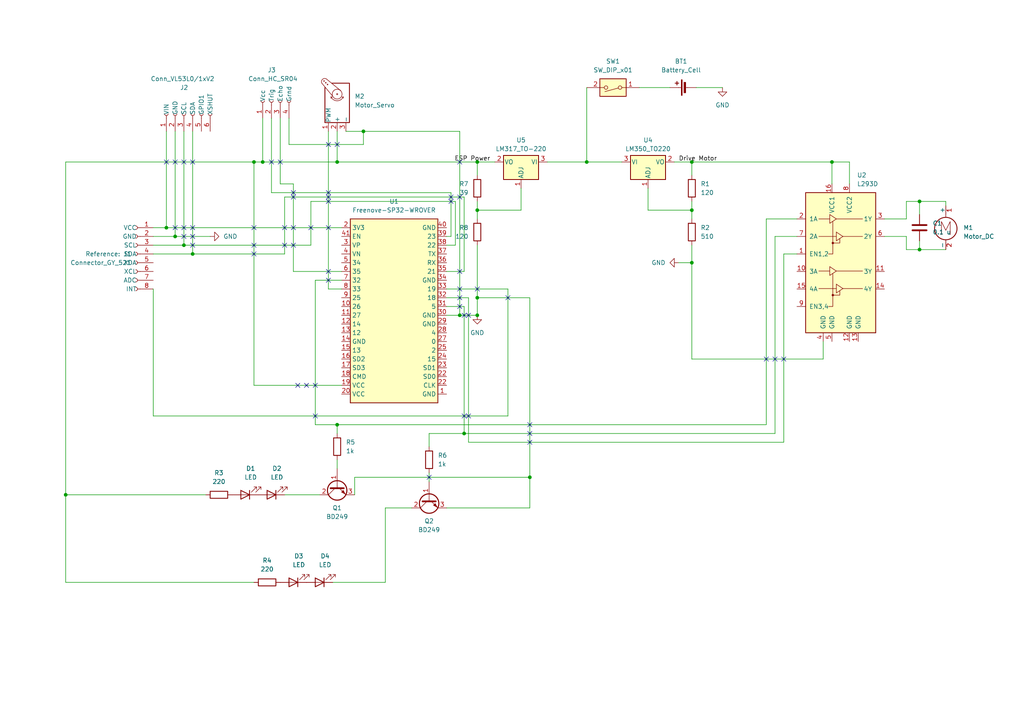
<source format=kicad_sch>
(kicad_sch (version 20230121) (generator eeschema)
  (paper "A4")
  (lib_symbols
    (symbol "Connector:Conn_01x04_Socket" (pin_names (offset 1.016))
      (property "Reference" "J2" (at 1.27 0 0))
      (property "Value" "Conn_HC_SR04" (at 1.27 -2.54 0))
      (symbol "Conn_01x04_Socket_1_1"
        (arc (start 0 -4.572) (mid -0.5058 -5.08) (end 0 -5.588) (stroke (width 0.1524)))
        (arc (start 0 -2.032) (mid -0.5058 -2.54) (end 0 -3.048) (stroke (width 0.1524)))
        (polyline (pts (xy -1.27 -5.08) (xy -0.508 -5.08)) (stroke (width 0.1524)))
        (polyline (pts (xy -1.27 -2.54) (xy -0.508 -2.54)) (stroke (width 0.1524)))
        (polyline (pts (xy -1.27 0) (xy -0.508 0)) (stroke (width 0.1524)))
        (polyline (pts (xy -1.27 2.54) (xy -0.508 2.54)) (stroke (width 0.1524)))
        (arc (start 0 0.508) (mid -0.5058 0) (end 0 -0.508) (stroke (width 0.1524)))
        (arc (start 0 3.048) (mid -0.5058 2.54) (end 0 2.032) (stroke (width 0.1524)))
        (pin input line (at -5.08 2.54 0) (length 3.81) (name "Vcc") (number "1"))
        (pin input line (at -5.08 0 0) (length 3.81) (name "Trig") (number "2"))
        (pin output line (at -5.08 -2.54 0) (length 3.81) (name "Echo") (number "3"))
        (pin passive line (at -5.08 -5.08 0) (length 3.81) (name "Grnd") (number "4"))
      )
    )
    (symbol "Connector:Conn_01x06_Socket" (pin_names (offset 1.016))
      (property "Reference" "J2" (at -20.32 0 0))
      (property "Value" "Conn_VL53L0/1xV2" (at -25.4 -2.54 0))
      (symbol "Conn_01x06_Socket_1_1"
        (arc (start 0 -7.112) (mid -0.5058 -7.62) (end 0 -8.128) (stroke (width 0.1524)))
        (arc (start 0 -4.572) (mid -0.5058 -5.08) (end 0 -5.588) (stroke (width 0.1524)))
        (arc (start 0 -2.032) (mid -0.5058 -2.54) (end 0 -3.048) (stroke (width 0.1524)))
        (polyline (pts (xy -1.27 -7.62) (xy -0.508 -7.62)) (stroke (width 0.1524)))
        (polyline (pts (xy -1.27 -5.08) (xy -0.508 -5.08)) (stroke (width 0.1524)))
        (polyline (pts (xy -1.27 -2.54) (xy -0.508 -2.54)) (stroke (width 0.1524)))
        (polyline (pts (xy -1.27 0) (xy -0.508 0)) (stroke (width 0.1524)))
        (polyline (pts (xy -1.27 2.54) (xy -0.508 2.54)) (stroke (width 0.1524)))
        (polyline (pts (xy -1.27 5.08) (xy -0.508 5.08)) (stroke (width 0.1524)))
        (arc (start 0 0.508) (mid -0.5058 0) (end 0 -0.508) (stroke (width 0.1524)))
        (arc (start 0 3.048) (mid -0.5058 2.54) (end 0 2.032) (stroke (width 0.1524)))
        (arc (start 0 5.588) (mid -0.5058 5.08) (end 0 4.572) (stroke (width 0.1524)))
        (pin input line (at -5.08 5.08 0) (length 3.81) (name "VIN") (number "1"))
        (pin passive line (at -5.08 2.54 0) (length 3.81) (name "GND") (number "2"))
        (pin bidirectional line (at -5.08 0 0) (length 3.81) (name "SCL") (number "3"))
        (pin bidirectional line (at -5.08 -2.54 0) (length 3.81) (name "SDA") (number "4"))
        (pin bidirectional line (at -5.08 -5.08 0) (length 3.81) (name "GPIO1") (number "5"))
        (pin bidirectional line (at -5.08 -7.62 0) (length 3.81) (name "XSHUT") (number "6"))
      )
    )
    (symbol "Connector:Connector_GY-521" (pin_names (offset 1.016))
      (property "Reference" "J" (at 0 10.16 0) (show_name))
      (property "Value" "Connector_GY_521" (at 0 -12.7 0))
      (symbol "Connector_GY-521_1_0"
        (pin power_in line (at -5.08 7.62 0) (length 3.81) (name "VCC") (number "1"))
      )
      (symbol "Connector_GY-521_1_1"
        (arc (start 0 -9.652) (mid -0.5058 -10.16) (end 0 -10.668) (stroke (width 0.1524)))
        (arc (start 0 -7.112) (mid -0.5058 -7.62) (end 0 -8.128) (stroke (width 0.1524)))
        (arc (start 0 -4.572) (mid -0.5058 -5.08) (end 0 -5.588) (stroke (width 0.1524)))
        (arc (start 0 -2.032) (mid -0.5058 -2.54) (end 0 -3.048) (stroke (width 0.1524)))
        (polyline (pts (xy -1.27 -10.16) (xy -0.508 -10.16)) (stroke (width 0.1524)))
        (polyline (pts (xy -1.27 -7.62) (xy -0.508 -7.62)) (stroke (width 0.1524)))
        (polyline (pts (xy -1.27 -5.08) (xy -0.508 -5.08)) (stroke (width 0.1524)))
        (polyline (pts (xy -1.27 -2.54) (xy -0.508 -2.54)) (stroke (width 0.1524)))
        (polyline (pts (xy -1.27 0) (xy -0.508 0)) (stroke (width 0.1524)))
        (polyline (pts (xy -1.27 2.54) (xy -0.508 2.54)) (stroke (width 0.1524)))
        (polyline (pts (xy -1.27 5.08) (xy -0.508 5.08)) (stroke (width 0.1524)))
        (polyline (pts (xy -1.27 7.62) (xy -0.508 7.62)) (stroke (width 0.1524)))
        (arc (start 0 0.508) (mid -0.5058 0) (end 0 -0.508) (stroke (width 0.1524)))
        (arc (start 0 3.048) (mid -0.5058 2.54) (end 0 2.032) (stroke (width 0.1524)))
        (arc (start 0 5.588) (mid -0.5058 5.08) (end 0 4.572) (stroke (width 0.1524)))
        (arc (start 0 8.128) (mid -0.5058 7.62) (end 0 7.112) (stroke (width 0.1524)))
        (pin power_in line (at -5.08 5.08 0) (length 3.81) (name "GND") (number "2"))
        (pin bidirectional line (at -5.08 2.54 0) (length 3.81) (name "SCL") (number "3"))
        (pin bidirectional line (at -5.08 0 0) (length 3.81) (name "SDA") (number "4"))
        (pin bidirectional line (at -5.08 -2.54 0) (length 3.81) (name "XDA") (number "5"))
        (pin bidirectional line (at -5.08 -5.08 0) (length 3.81) (name "XCL") (number "6"))
        (pin input line (at -5.08 -7.62 0) (length 3.81) (name "ADC") (number "7"))
        (pin output line (at -5.08 -10.16 0) (length 3.81) (name "INT") (number "8"))
      )
    )
    (symbol "Device:Battery_Cell" (pin_numbers hide) (pin_names (offset 0) hide)
      (property "Reference" "BT" (at 2.54 2.54 0))
      (property "Value" "Battery_Cell" (at 2.54 0 0))
      (symbol "Battery_Cell_0_1"
        (rectangle (start -2.286 1.778) (end 2.286 1.524) (fill (type outline)))
        (rectangle (start -1.524 1.016) (end 1.524 0.508) (fill (type outline)))
        (polyline (pts (xy 0 0.762) (xy 0 0)))
        (polyline (pts (xy 0 1.778) (xy 0 2.54)))
        (polyline (pts (xy 0.762 3.048) (xy 1.778 3.048)) (stroke (width 0.254)))
        (polyline (pts (xy 1.27 3.556) (xy 1.27 2.54)) (stroke (width 0.254)))
      )
      (symbol "Battery_Cell_1_1"
        (pin passive line (at 0 5.08 270) (length 2.54) (name "+") (number "1"))
        (pin passive line (at 0 -2.54 90) (length 2.54) (name "-") (number "2"))
      )
    )
    (symbol "Device:C" (pin_numbers hide) (pin_names (offset 0.254))
      (property "Reference" "C" (at 0.635 2.54 0))
      (property "Value" "C" (at 0.635 -2.54 0))
      (symbol "C_0_1"
        (polyline (pts (xy -2.032 -0.762) (xy 2.032 -0.762)) (stroke (width 0.508)))
        (polyline (pts (xy -2.032 0.762) (xy 2.032 0.762)) (stroke (width 0.508)))
      )
      (symbol "C_1_1"
        (pin passive line (at 0 3.81 270) (length 2.794) (name "~") (number "1"))
        (pin passive line (at 0 -3.81 90) (length 2.794) (name "~") (number "2"))
      )
    )
    (symbol "Device:LED" (pin_numbers hide) (pin_names (offset 1.016) hide)
      (property "Reference" "D" (at 0 2.54 0))
      (property "Value" "LED" (at 0 -2.54 0))
      (symbol "LED_0_1"
        (polyline (pts (xy -1.27 -1.27) (xy -1.27 1.27)) (stroke (width 0.254)))
        (polyline (pts (xy -1.27 0) (xy 1.27 0)))
        (polyline (pts (xy 1.27 -1.27) (xy 1.27 1.27) (xy -1.27 0) (xy 1.27 -1.27)) (stroke (width 0.254)))
        (polyline (pts (xy -3.048 -0.762) (xy -4.572 -2.286) (xy -3.81 -2.286) (xy -4.572 -2.286) (xy -4.572 -1.524)))
        (polyline (pts (xy -1.778 -0.762) (xy -3.302 -2.286) (xy -2.54 -2.286) (xy -3.302 -2.286) (xy -3.302 -1.524)))
      )
      (symbol "LED_1_1"
        (pin passive line (at -3.81 0 0) (length 2.54) (name "K") (number "1"))
        (pin passive line (at 3.81 0 180) (length 2.54) (name "A") (number "2"))
      )
    )
    (symbol "Device:R" (pin_numbers hide) (pin_names (offset 0))
      (property "Reference" "R" (at 2.032 0 90))
      (property "Value" "R" (at 0 0 90))
      (symbol "R_0_1"
        (rectangle (start -1.016 -2.54) (end 1.016 2.54) (stroke (width 0.254)))
      )
      (symbol "R_1_1"
        (pin passive line (at 0 3.81 270) (length 1.27) (name "~") (number "1"))
        (pin passive line (at 0 -3.81 90) (length 1.27) (name "~") (number "2"))
      )
    )
    (symbol "Driver_Motor:L293D" (pin_names (offset 1.016))
      (property "Reference" "U" (at -5.08 26.035 0))
      (property "Value" "L293D" (at -5.08 24.13 0))
      (symbol "L293D_0_1"
        (rectangle (start -10.16 22.86) (end 10.16 -17.78) (stroke (width 0.254)) (fill (type background)))
        (circle (center -2.286 -6.858) (radius 0.254) (fill (type outline)))
        (circle (center -2.286 8.255) (radius 0.254) (fill (type outline)))
        (polyline (pts (xy -6.35 -4.953) (xy -1.27 -4.953)))
        (polyline (pts (xy -6.35 0.127) (xy -3.175 0.127)))
        (polyline (pts (xy -6.35 10.16) (xy -1.27 10.16)))
        (polyline (pts (xy -6.35 15.24) (xy -3.175 15.24)))
        (polyline (pts (xy -1.27 0.127) (xy 6.35 0.127)))
        (polyline (pts (xy -1.27 15.24) (xy 6.35 15.24)))
        (polyline (pts (xy 0.635 -4.953) (xy 6.35 -4.953)))
        (polyline (pts (xy 0.635 10.16) (xy 6.35 10.16)))
        (polyline (pts (xy -2.286 -6.858) (xy -0.254 -6.858) (xy -0.254 -5.588)))
        (polyline (pts (xy -2.286 -0.635) (xy -2.286 -10.16) (xy -3.556 -10.16)))
        (polyline (pts (xy -2.286 8.255) (xy -0.254 8.255) (xy -0.254 9.525)))
        (polyline (pts (xy -2.286 14.478) (xy -2.286 5.08) (xy -3.556 5.08)))
        (polyline (pts (xy -3.175 1.397) (xy -3.175 -1.143) (xy -1.27 0.127) (xy -3.175 1.397)))
        (polyline (pts (xy -3.175 16.51) (xy -3.175 13.97) (xy -1.27 15.24) (xy -3.175 16.51)))
        (polyline (pts (xy -1.27 -3.683) (xy -1.27 -6.223) (xy 0.635 -4.953) (xy -1.27 -3.683)))
        (polyline (pts (xy -1.27 11.43) (xy -1.27 8.89) (xy 0.635 10.16) (xy -1.27 11.43)))
      )
      (symbol "L293D_1_1"
        (pin input line (at -12.7 5.08 0) (length 2.54) (name "EN1,2") (number "1"))
        (pin input line (at -12.7 0 0) (length 2.54) (name "3A") (number "10"))
        (pin output line (at 12.7 0 180) (length 2.54) (name "3Y") (number "11"))
        (pin power_in line (at 2.54 -20.32 90) (length 2.54) (name "GND") (number "12"))
        (pin power_in line (at 5.08 -20.32 90) (length 2.54) (name "GND") (number "13"))
        (pin output line (at 12.7 -5.08 180) (length 2.54) (name "4Y") (number "14"))
        (pin input line (at -12.7 -5.08 0) (length 2.54) (name "4A") (number "15"))
        (pin power_in line (at -2.54 25.4 270) (length 2.54) (name "VCC1") (number "16"))
        (pin input line (at -12.7 15.24 0) (length 2.54) (name "1A") (number "2"))
        (pin output line (at 12.7 15.24 180) (length 2.54) (name "1Y") (number "3"))
        (pin power_in line (at -5.08 -20.32 90) (length 2.54) (name "GND") (number "4"))
        (pin power_in line (at -2.54 -20.32 90) (length 2.54) (name "GND") (number "5"))
        (pin output line (at 12.7 10.16 180) (length 2.54) (name "2Y") (number "6"))
        (pin input line (at -12.7 10.16 0) (length 2.54) (name "2A") (number "7"))
        (pin power_in line (at 2.54 25.4 270) (length 2.54) (name "VCC2") (number "8"))
        (pin input line (at -12.7 -10.16 0) (length 2.54) (name "EN3,4") (number "9"))
      )
    )
    (symbol "Motor:Motor_DC" (pin_names (offset 0))
      (property "Reference" "M" (at 2.54 2.54 0))
      (property "Value" "Motor_DC" (at 2.54 -5.08 0))
      (symbol "Motor_DC_0_0"
        (polyline (pts (xy -1.27 -3.302) (xy -1.27 0.508) (xy 0 -2.032) (xy 1.27 0.508) (xy 1.27 -3.302)))
      )
      (symbol "Motor_DC_0_1"
        (circle (center 0 -1.524) (radius 3.2512) (stroke (width 0.254)))
        (polyline (pts (xy 0 -7.62) (xy 0 -7.112)))
        (polyline (pts (xy 0 -4.7752) (xy 0 -5.1816)))
        (polyline (pts (xy 0 1.7272) (xy 0 2.0828)))
        (polyline (pts (xy 0 2.032) (xy 0 2.54)))
      )
      (symbol "Motor_DC_1_1"
        (pin passive line (at 0 5.08 270) (length 2.54) (name "+") (number "1"))
        (pin passive line (at 0 -7.62 90) (length 2.54) (name "-") (number "2"))
      )
    )
    (symbol "Motor:Motor_Servo" (pin_names (offset 0.0254))
      (property "Reference" "M" (at -5.08 4.445 0))
      (property "Value" "Motor_Servo" (at -5.08 -4.064 0))
      (symbol "Motor_Servo_0_1"
        (polyline (pts (xy 2.413 -1.778) (xy 2.032 -1.778)))
        (polyline (pts (xy 2.413 -1.778) (xy 2.286 -1.397)))
        (polyline (pts (xy 2.413 1.778) (xy 1.905 1.778)))
        (polyline (pts (xy 2.413 1.778) (xy 2.286 1.397)))
        (polyline (pts (xy 6.35 4.445) (xy 2.54 1.27)))
        (polyline (pts (xy 7.62 3.175) (xy 4.191 -1.016)))
        (polyline (pts (xy 5.08 3.556) (xy -5.08 3.556) (xy -5.08 -3.556) (xy 6.35 -3.556) (xy 6.35 1.524)) (stroke (width 0.254)))
        (arc (start 2.413 1.778) (mid 1.2406 0) (end 2.413 -1.778))
        (circle (center 3.175 0) (radius 0.1778))
        (circle (center 3.175 0) (radius 1.4224))
        (circle (center 5.969 2.794) (radius 0.127))
        (circle (center 6.477 3.302) (radius 0.127))
        (circle (center 6.985 3.81) (radius 0.127))
        (arc (start 7.62 3.175) (mid 7.4485 4.2735) (end 6.35 4.445))
      )
      (symbol "Motor_Servo_1_1"
        (pin passive line (at -7.62 2.54 0) (length 2.54) (name "PWM") (number "1"))
        (pin passive line (at -7.62 0 0) (length 2.54) (name "+") (number "2"))
        (pin passive line (at -7.62 -2.54 0) (length 2.54) (name "-") (number "3"))
      )
    )
    (symbol "RF_Module:ESP32-S2-WROVER"
      (property "Reference" "U1" (at 2.1941 33.02 0))
      (property "Value" "ESP32-S2-WROVER" (at 2.1941 30.48 0))
      (symbol "ESP32-S2-WROVER_0_1"
        (rectangle (start -12.7 27.94) (end 12.7 -25.4) (stroke (width 0.254)) (fill (type background)))
      )
      (symbol "ESP32-S2-WROVER_1_1"
        (pin power_in line (at 15.24 -22.86 180) (length 2.54) (name "GND") (number "1"))
        (pin bidirectional line (at -15.24 2.54 0) (length 2.54) (name "26") (number "10"))
        (pin bidirectional line (at -15.24 0 0) (length 2.54) (name "27") (number "11"))
        (pin bidirectional line (at -15.24 -2.54 0) (length 2.54) (name "14") (number "12"))
        (pin bidirectional line (at -15.24 -5.08 0) (length 2.54) (name "12") (number "13"))
        (pin bidirectional line (at -15.24 -7.62 0) (length 2.54) (name "GND") (number "14"))
        (pin bidirectional line (at -15.24 -10.16 0) (length 2.54) (name "13") (number "15"))
        (pin bidirectional line (at -15.24 -12.7 0) (length 2.54) (name "SD2") (number "16"))
        (pin bidirectional line (at -15.24 -15.24 0) (length 2.54) (name "SD3") (number "17"))
        (pin bidirectional line (at -15.24 -17.78 0) (length 2.54) (name "CMD") (number "18"))
        (pin bidirectional line (at -15.24 -20.32 0) (length 2.54) (name "VCC") (number "19"))
        (pin power_in line (at -15.24 25.4 0) (length 2.54) (name "3V3") (number "2"))
        (pin bidirectional line (at -15.24 -22.86 0) (length 2.54) (name "VCC") (number "20"))
        (pin bidirectional line (at 15.24 -20.32 180) (length 2.54) (name "CLK") (number "22"))
        (pin bidirectional line (at 15.24 -17.78 180) (length 2.54) (name "SD0") (number "22"))
        (pin bidirectional line (at 15.24 -15.24 180) (length 2.54) (name "SD1") (number "23"))
        (pin bidirectional line (at 15.24 -12.7 180) (length 2.54) (name "15") (number "24"))
        (pin bidirectional line (at 15.24 -10.16 180) (length 2.54) (name "2") (number "25"))
        (pin bidirectional line (at 15.24 -7.62 180) (length 2.54) (name "0") (number "27"))
        (pin bidirectional line (at 15.24 -5.08 180) (length 2.54) (name "4") (number "28"))
        (pin bidirectional line (at 15.24 -2.54 180) (length 2.54) (name "GND") (number "29"))
        (pin bidirectional line (at -15.24 20.32 0) (length 2.54) (name "VP") (number "3"))
        (pin bidirectional line (at 15.24 0 180) (length 2.54) (name "GND") (number "30"))
        (pin bidirectional line (at 15.24 2.54 180) (length 2.54) (name "5") (number "31"))
        (pin bidirectional line (at 15.24 5.08 180) (length 2.54) (name "18") (number "32"))
        (pin bidirectional line (at 15.24 7.62 180) (length 2.54) (name "19") (number "33"))
        (pin bidirectional line (at 15.24 10.16 180) (length 2.54) (name "GND") (number "34"))
        (pin bidirectional line (at 15.24 12.7 180) (length 2.54) (name "21") (number "35"))
        (pin bidirectional line (at 15.24 15.24 180) (length 2.54) (name "RX") (number "36"))
        (pin bidirectional line (at 15.24 17.78 180) (length 2.54) (name "TX") (number "37"))
        (pin bidirectional line (at 15.24 20.32 180) (length 2.54) (name "22") (number "38"))
        (pin bidirectional line (at 15.24 22.86 180) (length 2.54) (name "23") (number "39"))
        (pin bidirectional line (at -15.24 17.78 0) (length 2.54) (name "VN") (number "4"))
        (pin input line (at 15.24 25.4 180) (length 2.54) (name "GND") (number "40"))
        (pin input line (at -15.24 22.86 0) (length 2.54) (name "EN") (number "41"))
        (pin bidirectional line (at -15.24 15.24 0) (length 2.54) (name "34") (number "5"))
        (pin bidirectional line (at -15.24 12.7 0) (length 2.54) (name "35") (number "6"))
        (pin bidirectional line (at -15.24 10.16 0) (length 2.54) (name "32") (number "7"))
        (pin bidirectional line (at -15.24 7.62 0) (length 2.54) (name "33") (number "8"))
        (pin bidirectional line (at -15.24 5.08 0) (length 2.54) (name "25") (number "9"))
      )
    )
    (symbol "Regulator_Linear:LM317_TO-220" (pin_names (offset 0.254))
      (property "Reference" "U" (at -3.81 3.175 0))
      (property "Value" "LM317_TO-220" (at 0 3.175 0))
      (symbol "LM317_TO-220_0_1"
        (rectangle (start -5.08 1.905) (end 5.08 -5.08) (stroke (width 0.254)) (fill (type background)))
      )
      (symbol "LM317_TO-220_1_1"
        (pin input line (at 0 -7.62 90) (length 2.54) (name "ADJ") (number "1"))
        (pin power_out line (at 7.62 0 180) (length 2.54) (name "VO") (number "2"))
        (pin power_in line (at -7.62 0 0) (length 2.54) (name "VI") (number "3"))
      )
    )
    (symbol "Regulator_Linear:LM350_TO220" (pin_names (offset 0.254))
      (property "Reference" "U" (at -3.81 3.175 0))
      (property "Value" "LM350_TO220" (at 0 3.175 0))
      (symbol "LM350_TO220_0_1"
        (rectangle (start -5.08 1.905) (end 5.08 -5.08) (stroke (width 0.254)) (fill (type background)))
      )
      (symbol "LM350_TO220_1_1"
        (pin input line (at 0 -7.62 90) (length 2.54) (name "ADJ") (number "1"))
        (pin power_out line (at 7.62 0 180) (length 2.54) (name "VO") (number "2"))
        (pin power_in line (at -7.62 0 0) (length 2.54) (name "VI") (number "3"))
      )
    )
    (symbol "Switch:SW_DIP_x01" (pin_names (offset 0) hide)
      (property "Reference" "SW" (at 0 3.81 0))
      (property "Value" "SW_DIP_x01" (at 0 -3.81 0))
      (symbol "SW_DIP_x01_0_0"
        (circle (center -2.032 0) (radius 0.508))
        (polyline (pts (xy -1.524 0.127) (xy 2.3622 1.1684)))
        (circle (center 2.032 0) (radius 0.508))
      )
      (symbol "SW_DIP_x01_0_1"
        (rectangle (start -3.81 2.54) (end 3.81 -2.54) (stroke (width 0.254)) (fill (type background)))
      )
      (symbol "SW_DIP_x01_1_1"
        (pin passive line (at -7.62 0 0) (length 5.08) (name "~") (number "1"))
        (pin passive line (at 7.62 0 180) (length 5.08) (name "~") (number "2"))
      )
    )
    (symbol "Transistor_BJT:BD249" (pin_names (offset 0) hide)
      (property "Reference" "Q" (at 6.35 1.905 0))
      (property "Value" "BD249" (at 6.35 0 0))
      (symbol "BD249_0_1"
        (polyline (pts (xy 0 0) (xy 0.635 0)))
        (polyline (pts (xy 2.54 2.54) (xy 0.635 0.635)))
        (polyline (pts (xy 0.635 1.905) (xy 0.635 -1.905) (xy 0.635 -1.905)) (stroke (width 0.508)))
        (polyline (pts (xy 2.286 -2.286) (xy 1.778 -1.778) (xy 1.778 -1.778)))
        (polyline (pts (xy 2.54 -2.54) (xy 0.635 -0.635) (xy 1.27 -1.27)) (fill (type outline)))
        (polyline (pts (xy 1.27 -1.778) (xy 1.778 -1.27) (xy 2.286 -2.286) (xy 1.27 -1.778) (xy 1.27 -1.778)) (fill (type outline)))
        (circle (center 1.27 0) (radius 2.8194) (stroke (width 0.3048)))
      )
      (symbol "BD249_1_1"
        (pin input line (at -5.08 0 0) (length 5.08) (name "B") (number "1"))
        (pin passive line (at 2.54 5.08 270) (length 2.54) (name "C") (number "2"))
        (pin passive line (at 2.54 -5.08 90) (length 2.54) (name "E") (number "3"))
      )
    )
    (symbol "power:GND" (power) (pin_names (offset 0))
      (property "Value" "GND" (at 0 -3.81 0))
      (symbol "GND_0_1"
        (polyline (pts (xy 0 0) (xy 0 -1.27) (xy 1.27 -1.27) (xy 0 -2.54) (xy -1.27 -1.27) (xy 0 -1.27)))
      )
      (symbol "GND_1_1"
        (pin power_in line (at 0 0 270) (length 0) hide (name "GND") (number "1"))
      )
    )
  )
  (junction (at 170.18 46.99))
  (junction (at 138.43 86.36))
  (junction (at 76.2 46.99))
  (junction (at 200.66 60.96))
  (junction (at 133.35 91.44))
  (junction (at 134.62 125.73))
  (junction (at 138.43 60.96))
  (junction (at 200.66 76.2))
  (junction (at 138.43 46.99))
  (junction (at 50.8 68.58))
  (junction (at 53.34 71.12))
  (junction (at 55.88 73.66))
  (junction (at 19.05 143.51))
  (junction (at 153.67 138.43))
  (junction (at 97.79 123.19))
  (junction (at 266.7 58.42))
  (junction (at 48.26 66.04))
  (junction (at 266.7 72.39))
  (junction (at 138.43 91.44))
  (junction (at 241.3 46.99))
  (junction (at 105.41 38.1))
  (junction (at 200.66 46.99))
  (junction (at 73.66 46.99))
  (junction (at 97.79 46.99))
  (no_connect (at 224.79 104.14))
  (no_connect (at 153.67 125.73))
  (no_connect (at 227.33 104.14))
  (no_connect (at 82.55 71.12))
  (no_connect (at 95.25 78.74))
  (no_connect (at 50.8 46.99))
  (no_connect (at 85.09 66.04))
  (no_connect (at 95.25 81.28))
  (no_connect (at 95.25 55.88))
  (no_connect (at 91.44 120.65))
  (no_connect (at 134.62 91.44))
  (no_connect (at 53.34 46.99))
  (no_connect (at 124.46 138.43))
  (no_connect (at 133.35 86.36))
  (no_connect (at 95.25 58.42))
  (no_connect (at 73.66 73.66))
  (no_connect (at 153.67 128.27))
  (no_connect (at 134.62 120.65))
  (no_connect (at 95.25 41.91))
  (no_connect (at 222.25 104.14))
  (no_connect (at 50.8 66.04))
  (no_connect (at 133.35 78.74))
  (no_connect (at 73.66 66.04))
  (no_connect (at 135.89 120.65))
  (no_connect (at 48.26 46.99))
  (no_connect (at 133.35 83.82))
  (no_connect (at 82.55 66.04))
  (no_connect (at 130.81 58.42))
  (no_connect (at 133.35 46.99))
  (no_connect (at 90.17 66.04))
  (no_connect (at 91.44 111.76))
  (no_connect (at 53.34 68.58))
  (no_connect (at 135.89 91.44))
  (no_connect (at 147.32 86.36))
  (no_connect (at 86.36 111.76))
  (no_connect (at 78.74 46.99))
  (no_connect (at 130.81 57.15))
  (no_connect (at 97.79 41.91))
  (no_connect (at 85.09 71.12))
  (no_connect (at 133.35 57.15))
  (no_connect (at 73.66 71.12))
  (no_connect (at 88.9 111.76))
  (no_connect (at 95.25 57.15))
  (no_connect (at 55.88 66.04))
  (no_connect (at 53.34 66.04))
  (no_connect (at 153.67 123.19))
  (no_connect (at 55.88 46.99))
  (no_connect (at 55.88 71.12))
  (no_connect (at 85.09 55.88))
  (no_connect (at 81.28 46.99))
  (no_connect (at 133.35 88.9))
  (no_connect (at 95.25 66.04))
  (no_connect (at 85.09 57.15))
  (no_connect (at 55.88 68.58))
  (no_connect (at 138.43 83.82))
  (wire (pts (xy 83.82 41.91) (xy 105.41 41.91)))
  (wire (pts (xy 133.35 38.1) (xy 133.35 91.44)))
  (wire (pts (xy 53.34 38.1) (xy 53.34 71.12)))
  (wire (pts (xy 138.43 86.36) (xy 138.43 91.44)))
  (wire (pts (xy 97.79 38.1) (xy 97.79 46.99)))
  (wire (pts (xy 53.34 71.12) (xy 90.17 71.12)))
  (wire (pts (xy 91.44 81.28) (xy 91.44 123.19)))
  (wire (pts (xy 187.96 54.61) (xy 187.96 60.96)))
  (wire (pts (xy 262.89 68.58) (xy 262.89 72.39)))
  (wire (pts (xy 200.66 76.2) (xy 200.66 104.14)))
  (wire (pts (xy 81.28 34.29) (xy 81.28 53.34)))
  (wire (pts (xy 143.51 46.99) (xy 138.43 46.99)))
  (wire (pts (xy 231.14 68.58) (xy 224.79 68.58)))
  (wire (pts (xy 48.26 66.04) (xy 99.06 66.04)))
  (wire (pts (xy 185.42 25.4) (xy 194.31 25.4)))
  (wire (pts (xy 44.45 83.82) (xy 44.45 120.65)))
  (wire (pts (xy 200.66 104.14) (xy 238.76 104.14)))
  (wire (pts (xy 222.25 63.5) (xy 231.14 63.5)))
  (wire (pts (xy 129.54 83.82) (xy 147.32 83.82)))
  (wire (pts (xy 151.13 54.61) (xy 151.13 60.96)))
  (wire (pts (xy 78.74 34.29) (xy 78.74 55.88)))
  (wire (pts (xy 90.17 58.42) (xy 132.08 58.42)))
  (wire (pts (xy 100.33 38.1) (xy 105.41 38.1)))
  (wire (pts (xy 266.7 58.42) (xy 266.7 62.23)))
  (wire (pts (xy 262.89 72.39) (xy 266.7 72.39)))
  (wire (pts (xy 187.96 60.96) (xy 200.66 60.96)))
  (wire (pts (xy 138.43 71.12) (xy 138.43 86.36)))
  (wire (pts (xy 19.05 46.99) (xy 19.05 143.51)))
  (wire (pts (xy 81.28 53.34) (xy 85.09 53.34)))
  (wire (pts (xy 201.93 25.4) (xy 209.55 25.4)))
  (wire (pts (xy 200.66 71.12) (xy 200.66 76.2)))
  (wire (pts (xy 135.89 128.27) (xy 227.33 128.27)))
  (wire (pts (xy 158.75 46.99) (xy 170.18 46.99)))
  (wire (pts (xy 134.62 88.9) (xy 129.54 88.9)))
  (wire (pts (xy 200.66 60.96) (xy 200.66 58.42)))
  (wire (pts (xy 91.44 123.19) (xy 97.79 123.19)))
  (wire (pts (xy 266.7 72.39) (xy 274.32 72.39)))
  (wire (pts (xy 85.09 53.34) (xy 85.09 78.74)))
  (wire (pts (xy 102.87 143.51) (xy 102.87 138.43)))
  (wire (pts (xy 48.26 38.1) (xy 48.26 66.04)))
  (wire (pts (xy 138.43 60.96) (xy 138.43 58.42)))
  (wire (pts (xy 227.33 73.66) (xy 231.14 73.66)))
  (wire (pts (xy 73.66 46.99) (xy 76.2 46.99)))
  (wire (pts (xy 138.43 60.96) (xy 138.43 63.5)))
  (wire (pts (xy 170.18 25.4) (xy 170.18 46.99)))
  (wire (pts (xy 44.45 71.12) (xy 53.34 71.12)))
  (wire (pts (xy 262.89 63.5) (xy 262.89 58.42)))
  (wire (pts (xy 266.7 58.42) (xy 274.32 58.42)))
  (wire (pts (xy 82.55 73.66) (xy 55.88 73.66)))
  (wire (pts (xy 55.88 38.1) (xy 55.88 73.66)))
  (wire (pts (xy 111.76 168.91) (xy 111.76 147.32)))
  (wire (pts (xy 99.06 111.76) (xy 73.66 111.76)))
  (wire (pts (xy 73.66 168.91) (xy 19.05 168.91)))
  (wire (pts (xy 95.25 38.1) (xy 95.25 83.82)))
  (wire (pts (xy 129.54 91.44) (xy 133.35 91.44)))
  (wire (pts (xy 97.79 123.19) (xy 97.79 125.73)))
  (wire (pts (xy 147.32 120.65) (xy 147.32 83.82)))
  (wire (pts (xy 50.8 38.1) (xy 50.8 68.58)))
  (wire (pts (xy 133.35 91.44) (xy 138.43 91.44)))
  (wire (pts (xy 76.2 46.99) (xy 97.79 46.99)))
  (wire (pts (xy 256.54 68.58) (xy 262.89 68.58)))
  (wire (pts (xy 151.13 60.96) (xy 138.43 60.96)))
  (wire (pts (xy 130.81 55.88) (xy 130.81 68.58)))
  (wire (pts (xy 105.41 38.1) (xy 133.35 38.1)))
  (wire (pts (xy 132.08 58.42) (xy 132.08 71.12)))
  (wire (pts (xy 102.87 138.43) (xy 153.67 138.43)))
  (wire (pts (xy 124.46 137.16) (xy 124.46 139.7)))
  (wire (pts (xy 99.06 83.82) (xy 95.25 83.82)))
  (wire (pts (xy 196.85 76.2) (xy 200.66 76.2)))
  (wire (pts (xy 241.3 46.99) (xy 246.38 46.99)))
  (wire (pts (xy 241.3 46.99) (xy 241.3 53.34)))
  (wire (pts (xy 153.67 138.43) (xy 153.67 86.36)))
  (wire (pts (xy 90.17 71.12) (xy 90.17 58.42)))
  (wire (pts (xy 44.45 66.04) (xy 48.26 66.04)))
  (wire (pts (xy 129.54 86.36) (xy 135.89 86.36)))
  (wire (pts (xy 19.05 46.99) (xy 73.66 46.99)))
  (wire (pts (xy 111.76 147.32) (xy 119.38 147.32)))
  (wire (pts (xy 256.54 63.5) (xy 262.89 63.5)))
  (wire (pts (xy 138.43 46.99) (xy 138.43 50.8)))
  (wire (pts (xy 124.46 125.73) (xy 134.62 125.73)))
  (wire (pts (xy 78.74 55.88) (xy 130.81 55.88)))
  (wire (pts (xy 170.18 46.99) (xy 180.34 46.99)))
  (wire (pts (xy 85.09 78.74) (xy 99.06 78.74)))
  (wire (pts (xy 224.79 68.58) (xy 224.79 125.73)))
  (wire (pts (xy 135.89 86.36) (xy 135.89 128.27)))
  (wire (pts (xy 200.66 46.99) (xy 241.3 46.99)))
  (wire (pts (xy 19.05 143.51) (xy 19.05 168.91)))
  (wire (pts (xy 200.66 46.99) (xy 200.66 50.8)))
  (wire (pts (xy 97.79 46.99) (xy 138.43 46.99)))
  (wire (pts (xy 274.32 58.42) (xy 274.32 59.69)))
  (wire (pts (xy 55.88 73.66) (xy 44.45 73.66)))
  (wire (pts (xy 73.66 111.76) (xy 73.66 46.99)))
  (wire (pts (xy 50.8 68.58) (xy 60.96 68.58)))
  (wire (pts (xy 82.55 57.15) (xy 82.55 73.66)))
  (wire (pts (xy 153.67 86.36) (xy 138.43 86.36)))
  (wire (pts (xy 134.62 125.73) (xy 224.79 125.73)))
  (wire (pts (xy 76.2 34.29) (xy 76.2 46.99)))
  (wire (pts (xy 266.7 69.85) (xy 266.7 72.39)))
  (wire (pts (xy 153.67 147.32) (xy 153.67 138.43)))
  (wire (pts (xy 44.45 120.65) (xy 147.32 120.65)))
  (wire (pts (xy 44.45 68.58) (xy 50.8 68.58)))
  (wire (pts (xy 129.54 147.32) (xy 153.67 147.32)))
  (wire (pts (xy 97.79 123.19) (xy 222.25 123.19)))
  (wire (pts (xy 105.41 41.91) (xy 105.41 38.1)))
  (wire (pts (xy 132.08 71.12) (xy 129.54 71.12)))
  (wire (pts (xy 262.89 58.42) (xy 266.7 58.42)))
  (wire (pts (xy 124.46 129.54) (xy 124.46 125.73)))
  (wire (pts (xy 99.06 81.28) (xy 91.44 81.28)))
  (wire (pts (xy 82.55 143.51) (xy 92.71 143.51)))
  (wire (pts (xy 134.62 125.73) (xy 134.62 88.9)))
  (wire (pts (xy 134.62 78.74) (xy 134.62 57.15)))
  (wire (pts (xy 96.52 168.91) (xy 111.76 168.91)))
  (wire (pts (xy 246.38 46.99) (xy 246.38 53.34)))
  (wire (pts (xy 130.81 68.58) (xy 129.54 68.58)))
  (wire (pts (xy 129.54 78.74) (xy 134.62 78.74)))
  (wire (pts (xy 200.66 60.96) (xy 200.66 63.5)))
  (wire (pts (xy 238.76 104.14) (xy 238.76 99.06)))
  (wire (pts (xy 97.79 133.35) (xy 97.79 135.89)))
  (wire (pts (xy 19.05 143.51) (xy 59.69 143.51)))
  (wire (pts (xy 83.82 34.29) (xy 83.82 41.91)))
  (wire (pts (xy 134.62 57.15) (xy 82.55 57.15)))
  (wire (pts (xy 195.58 46.99) (xy 200.66 46.99)))
  (wire (pts (xy 227.33 128.27) (xy 227.33 73.66)))
  (wire (pts (xy 222.25 123.19) (xy 222.25 63.5)))
  (label "ESP Power" (at 142.24 46.99 180))
  (label "Drive Motor" (at 196.85 46.99 0))
  (symbol (lib_id "Device:LED") (at 85.09 168.91 180) (unit 1)
    (property "Reference" "D3" (at 86.6775 161.29 0))
    (property "Value" "LED" (at 86.6775 163.83 0))
  )
  (symbol (lib_id "Motor:Motor_DC") (at 274.32 64.77 0) (unit 1)
    (property "Reference" "M1" (at 279.4 66.04 0) (effects (justify left)))
    (property "Value" "Motor_DC" (at 279.4 68.58 0) (effects (justify left)))
  )
  (symbol (lib_id "Motor:Motor_Servo") (at 97.79 30.48 90) (unit 1)
    (property "Reference" "M2" (at 102.87 27.9511 90) (effects (justify right)))
    (property "Value" "Motor_Servo" (at 102.87 30.4911 90) (effects (justify right)))
    (property "Datasheet" "http://forums.parallax.com/uploads/attachments/46831/74481.png" (effects hide))
  )
  (symbol (lib_id "Switch:SW_DIP_x01") (at 177.8 25.4 180) (unit 1)
    (property "Reference" "SW1" (at 177.8 17.78 0))
    (property "Value" "SW_DIP_x01" (at 177.8 20.32 0))
  )
  (symbol (lib_id "Regulator_Linear:LM350_TO220") (at 187.96 46.99 0) (unit 1)
    (property "Reference" "U4" (at 187.96 40.64 0))
    (property "Value" "LM350_TO220" (at 187.96 43.18 0))
    (property "Footprint" "Package_TO_SOT_THT:TO-220-3_Vertical" (effects hide))
    (property "Datasheet" "https://www.onsemi.com/pub/Collateral/LM350-D.pdf" (effects hide))
  )
  (symbol (lib_id "Device:Battery_Cell") (at 199.39 25.4 90) (unit 1)
    (property "Reference" "BT1" (at 197.5485 17.78 90))
    (property "Value" "Battery_Cell" (at 197.5485 20.32 90))
  )
  (symbol (lib_id "Device:R") (at 200.66 67.31 0) (unit 1)
    (property "Reference" "R2" (at 203.2 66.04 0) (effects (justify left)))
    (property "Value" "510" (at 203.2 68.58 0) (effects (justify left)))
  )
  (symbol (lib_id "Transistor_BJT:BD249") (at 97.79 140.97 90) (mirror x) (unit 1)
    (property "Reference" "Q1" (at 97.79 147.32 90))
    (property "Value" "BD249" (at 97.79 149.86 90))
    (property "Datasheet" "http://www.mospec.com.tw/pdf/power/BD249.pdf" (effects hide))
  )
  (symbol (lib_id "Device:LED") (at 78.74 143.51 180) (unit 1)
    (property "Reference" "D2" (at 80.3275 135.89 0))
    (property "Value" "LED" (at 80.3275 138.43 0))
  )
  (symbol (lib_id "Device:R") (at 77.47 168.91 90) (unit 1)
    (property "Reference" "R4" (at 77.47 162.56 90))
    (property "Value" "220" (at 77.47 165.1 90))
  )
  (symbol (lib_id "Device:LED") (at 92.71 168.91 180) (unit 1)
    (property "Reference" "D4" (at 94.2975 161.29 0))
    (property "Value" "LED" (at 94.2975 163.83 0))
  )
  (symbol (lib_id "Device:R") (at 124.46 133.35 180) (unit 1)
    (property "Reference" "R6" (at 127 132.08 0) (effects (justify right)))
    (property "Value" "1k" (at 127 134.62 0) (effects (justify right)))
  )
  (symbol (lib_id "Device:R") (at 97.79 129.54 180) (unit 1)
    (property "Reference" "R5" (at 100.33 128.27 0) (effects (justify right)))
    (property "Value" "1k" (at 100.33 130.81 0) (effects (justify right)))
  )
  (symbol (lib_id "Device:LED") (at 71.12 143.51 180) (unit 1)
    (property "Reference" "D1" (at 72.7075 135.89 0))
    (property "Value" "LED" (at 72.7075 138.43 0))
  )
  (symbol (lib_id "Connector:Connector_GY-521") (at 39.37 73.66 0) (mirror y) (unit 1)
    (property "Reference" "J1" (at 38.1 73.66 0) (show_name) (effects (justify left)))
    (property "Value" "Connector_GY_521" (at 38.1 76.2 0) (effects (justify left)))
  )
  (symbol (lib_id "Device:R") (at 138.43 67.31 0) (mirror y) (unit 1)
    (property "Reference" "R8" (at 135.89 66.04 0) (effects (justify left)))
    (property "Value" "120" (at 135.89 68.58 0) (effects (justify left)))
  )
  (symbol (lib_id "power:GND") (at 138.43 91.44 0) (unit 1)
    (property "Reference" "#PWR02" (effects hide))
    (property "Value" "GND" (at 138.43 96.52 0))
  )
  (symbol (lib_id "power:GND") (at 209.55 25.4 0) (unit 1)
    (property "Reference" "#PWR01" (effects hide))
    (property "Value" "GND" (at 209.55 30.48 0))
  )
  (symbol (lib_id "Transistor_BJT:BD249") (at 124.46 144.78 90) (mirror x) (unit 1)
    (property "Reference" "Q2" (at 124.46 151.13 90))
    (property "Value" "BD249" (at 124.46 153.67 90))
    (property "Datasheet" "http://www.mospec.com.tw/pdf/power/BD249.pdf" (effects hide))
  )
  (symbol (lib_id "Connector:Conn_01x04_Socket") (at 78.74 29.21 90) (unit 1)
    (property "Reference" "J3" (at 80.01 20.32 90) (effects (justify left)))
    (property "Value" "Conn_HC_SR04" (at 86.36 22.86 90) (effects (justify left)))
  )
  (symbol (lib_id "power:GND") (at 196.85 76.2 270) (unit 1)
    (property "Reference" "#PWR03" (effects hide))
    (property "Value" "GND" (at 193.04 76.2 90) (effects (justify right)))
  )
  (symbol (lib_id "RF_Module:ESP32-S2-WROVER") (at 114.3 91.44 0) (unit 1)
    (property "Reference" "U1" (at 114.3 58.42 0))
    (property "Value" "Freenove-SP32-WROVER" (at 114.3 60.96 0))
    (property "Footprint" "RF_Module:Freenove-ESP32-WROVER" (effects hide))
    (property "Datasheet" "https://www.espressif.com/sites/default/files/documentation/esp32-s2-wroom_esp32-s2-wroom-i_datasheet_en.pdf" (effects hide))
  )
  (symbol (lib_id "Device:R") (at 138.43 54.61 0) (mirror y) (unit 1)
    (property "Reference" "R7" (at 135.89 53.34 0) (effects (justify left)))
    (property "Value" "39" (at 135.89 55.88 0) (effects (justify left)))
  )
  (symbol (lib_id "Connector:Conn_01x06_Socket") (at 53.34 33.02 90) (unit 1)
    (property "Reference" "J2" (at 54.61 25.4 90) (effects (justify left)))
    (property "Value" "Conn_VL53L0/1xV2" (at 62.23 22.86 90) (effects (justify left)))
  )
  (symbol (lib_id "Device:R") (at 200.66 54.61 0) (unit 1)
    (property "Reference" "R1" (at 203.2 53.34 0) (effects (justify left)))
    (property "Value" "120" (at 203.2 55.88 0) (effects (justify left)))
  )
  (symbol (lib_id "Driver_Motor:L293D") (at 243.84 78.74 0) (unit 1)
    (property "Reference" "U2" (at 248.5741 50.8 0) (effects (justify left)))
    (property "Value" "L293D" (at 248.5741 53.34 0) (effects (justify left)))
    (property "Footprint" "Package_DIP:DIP-16_W7.62mm" (effects hide))
    (property "Datasheet" "http://www.ti.com/lit/ds/symlink/l293.pdf" (effects hide))
  )
  (symbol (lib_id "Device:R") (at 63.5 143.51 90) (unit 1)
    (property "Reference" "R3" (at 63.5 137.16 90))
    (property "Value" "220" (at 63.5 139.7 90))
  )
  (symbol (lib_id "Regulator_Linear:LM317_TO-220") (at 151.13 46.99 0) (mirror y) (unit 1)
    (property "Reference" "U5" (at 151.13 40.64 0))
    (property "Value" "LM317_TO-220" (at 151.13 43.18 0))
    (property "Footprint" "Package_TO_SOT_THT:TO-220-3_Vertical" (effects hide))
    (property "Datasheet" "http://www.ti.com/lit/ds/symlink/lm317.pdf" (effects hide))
  )
  (symbol (lib_id "Device:C") (at 266.7 66.04 0) (unit 1)
    (property "Reference" "C1" (at 270.51 64.77 0) (effects (justify left)))
    (property "Value" "0.1 u" (at 270.51 67.31 0) (effects (justify left)))
  )
  (symbol (lib_id "power:GND") (at 60.96 68.58 90) (unit 1)
    (property "Reference" "#PWR04" (effects hide))
    (property "Value" "GND" (at 64.77 68.58 90) (effects (justify right)))
  )
)
</source>
